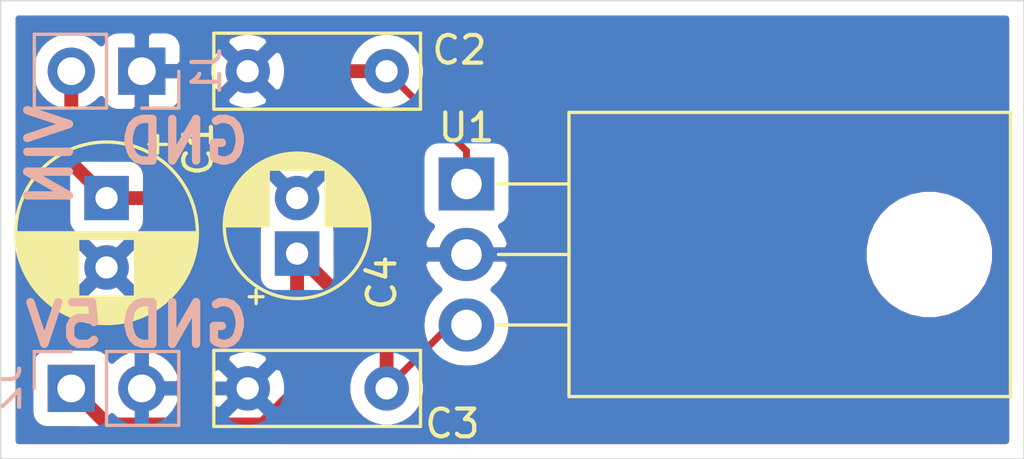
<source format=kicad_pcb>
(kicad_pcb (version 20171130) (host pcbnew 5.1.12-84ad8e8a86~92~ubuntu20.04.1)

  (general
    (thickness 1.6)
    (drawings 9)
    (tracks 20)
    (zones 0)
    (modules 7)
    (nets 4)
  )

  (page A4)
  (layers
    (0 F.Cu signal hide)
    (31 B.Cu signal hide)
    (32 B.Adhes user)
    (33 F.Adhes user)
    (34 B.Paste user)
    (35 F.Paste user)
    (36 B.SilkS user)
    (37 F.SilkS user)
    (38 B.Mask user)
    (39 F.Mask user)
    (40 Dwgs.User user)
    (41 Cmts.User user)
    (42 Eco1.User user)
    (43 Eco2.User user)
    (44 Edge.Cuts user)
    (45 Margin user)
    (46 B.CrtYd user)
    (47 F.CrtYd user)
    (48 B.Fab user)
    (49 F.Fab user)
  )

  (setup
    (last_trace_width 0.25)
    (user_trace_width 0.25)
    (user_trace_width 0.5)
    (user_trace_width 0.75)
    (trace_clearance 0.2)
    (zone_clearance 0.508)
    (zone_45_only no)
    (trace_min 0.2)
    (via_size 0.8)
    (via_drill 0.4)
    (via_min_size 0.4)
    (via_min_drill 0.3)
    (uvia_size 0.3)
    (uvia_drill 0.1)
    (uvias_allowed no)
    (uvia_min_size 0.2)
    (uvia_min_drill 0.1)
    (edge_width 0.05)
    (segment_width 0.2)
    (pcb_text_width 0.3)
    (pcb_text_size 1.5 1.5)
    (mod_edge_width 0.12)
    (mod_text_size 1 1)
    (mod_text_width 0.15)
    (pad_size 1.524 1.524)
    (pad_drill 0.762)
    (pad_to_mask_clearance 0)
    (aux_axis_origin 0 0)
    (visible_elements FFFFFF7F)
    (pcbplotparams
      (layerselection 0x010fc_ffffffff)
      (usegerberextensions false)
      (usegerberattributes true)
      (usegerberadvancedattributes true)
      (creategerberjobfile true)
      (excludeedgelayer true)
      (linewidth 0.100000)
      (plotframeref false)
      (viasonmask false)
      (mode 1)
      (useauxorigin false)
      (hpglpennumber 1)
      (hpglpenspeed 20)
      (hpglpendiameter 15.000000)
      (psnegative false)
      (psa4output false)
      (plotreference true)
      (plotvalue true)
      (plotinvisibletext false)
      (padsonsilk false)
      (subtractmaskfromsilk false)
      (outputformat 1)
      (mirror false)
      (drillshape 1)
      (scaleselection 1)
      (outputdirectory ""))
  )

  (net 0 "")
  (net 1 GND)
  (net 2 V_IN)
  (net 3 V_OUT)

  (net_class Default "This is the default net class."
    (clearance 0.2)
    (trace_width 0.25)
    (via_dia 0.8)
    (via_drill 0.4)
    (uvia_dia 0.3)
    (uvia_drill 0.1)
    (add_net GND)
    (add_net V_IN)
    (add_net V_OUT)
  )

  (module Connector_PinHeader_2.54mm:PinHeader_1x02_P2.54mm_Vertical (layer B.Cu) (tedit 59FED5CC) (tstamp 61A4FFE8)
    (at 27.94 26.67 270)
    (descr "Through hole straight pin header, 1x02, 2.54mm pitch, single row")
    (tags "Through hole pin header THT 1x02 2.54mm single row")
    (path /61A4B0D4)
    (fp_text reference J2 (at 0 2.33 90) (layer B.SilkS)
      (effects (font (size 1 1) (thickness 0.15)) (justify mirror))
    )
    (fp_text value Conn_01x02 (at 0 -4.87 90) (layer B.Fab)
      (effects (font (size 1 1) (thickness 0.15)) (justify mirror))
    )
    (fp_line (start 1.8 1.8) (end -1.8 1.8) (layer B.CrtYd) (width 0.05))
    (fp_line (start 1.8 -4.35) (end 1.8 1.8) (layer B.CrtYd) (width 0.05))
    (fp_line (start -1.8 -4.35) (end 1.8 -4.35) (layer B.CrtYd) (width 0.05))
    (fp_line (start -1.8 1.8) (end -1.8 -4.35) (layer B.CrtYd) (width 0.05))
    (fp_line (start -1.33 1.33) (end 0 1.33) (layer B.SilkS) (width 0.12))
    (fp_line (start -1.33 0) (end -1.33 1.33) (layer B.SilkS) (width 0.12))
    (fp_line (start -1.33 -1.27) (end 1.33 -1.27) (layer B.SilkS) (width 0.12))
    (fp_line (start 1.33 -1.27) (end 1.33 -3.87) (layer B.SilkS) (width 0.12))
    (fp_line (start -1.33 -1.27) (end -1.33 -3.87) (layer B.SilkS) (width 0.12))
    (fp_line (start -1.33 -3.87) (end 1.33 -3.87) (layer B.SilkS) (width 0.12))
    (fp_line (start -1.27 0.635) (end -0.635 1.27) (layer B.Fab) (width 0.1))
    (fp_line (start -1.27 -3.81) (end -1.27 0.635) (layer B.Fab) (width 0.1))
    (fp_line (start 1.27 -3.81) (end -1.27 -3.81) (layer B.Fab) (width 0.1))
    (fp_line (start 1.27 1.27) (end 1.27 -3.81) (layer B.Fab) (width 0.1))
    (fp_line (start -0.635 1.27) (end 1.27 1.27) (layer B.Fab) (width 0.1))
    (fp_text user %R (at 0 -1.27 180) (layer B.Fab)
      (effects (font (size 1 1) (thickness 0.15)) (justify mirror))
    )
    (pad 2 thru_hole oval (at 0 -2.54 270) (size 1.7 1.7) (drill 1) (layers *.Cu *.Mask)
      (net 1 GND))
    (pad 1 thru_hole rect (at 0 0 270) (size 1.7 1.7) (drill 1) (layers *.Cu *.Mask)
      (net 3 V_OUT))
    (model ${KISYS3DMOD}/Connector_PinHeader_2.54mm.3dshapes/PinHeader_1x02_P2.54mm_Vertical.wrl
      (at (xyz 0 0 0))
      (scale (xyz 1 1 1))
      (rotate (xyz 0 0 0))
    )
  )

  (module Connector_PinHeader_2.54mm:PinHeader_1x02_P2.54mm_Vertical (layer B.Cu) (tedit 59FED5CC) (tstamp 61A4FFD2)
    (at 30.48 15.24 90)
    (descr "Through hole straight pin header, 1x02, 2.54mm pitch, single row")
    (tags "Through hole pin header THT 1x02 2.54mm single row")
    (path /61A4B404)
    (fp_text reference J1 (at 0 2.33 90) (layer B.SilkS)
      (effects (font (size 1 1) (thickness 0.15)) (justify mirror))
    )
    (fp_text value Conn_01x02 (at 0 -4.87 90) (layer B.Fab)
      (effects (font (size 1 1) (thickness 0.15)) (justify mirror))
    )
    (fp_line (start 1.8 1.8) (end -1.8 1.8) (layer B.CrtYd) (width 0.05))
    (fp_line (start 1.8 -4.35) (end 1.8 1.8) (layer B.CrtYd) (width 0.05))
    (fp_line (start -1.8 -4.35) (end 1.8 -4.35) (layer B.CrtYd) (width 0.05))
    (fp_line (start -1.8 1.8) (end -1.8 -4.35) (layer B.CrtYd) (width 0.05))
    (fp_line (start -1.33 1.33) (end 0 1.33) (layer B.SilkS) (width 0.12))
    (fp_line (start -1.33 0) (end -1.33 1.33) (layer B.SilkS) (width 0.12))
    (fp_line (start -1.33 -1.27) (end 1.33 -1.27) (layer B.SilkS) (width 0.12))
    (fp_line (start 1.33 -1.27) (end 1.33 -3.87) (layer B.SilkS) (width 0.12))
    (fp_line (start -1.33 -1.27) (end -1.33 -3.87) (layer B.SilkS) (width 0.12))
    (fp_line (start -1.33 -3.87) (end 1.33 -3.87) (layer B.SilkS) (width 0.12))
    (fp_line (start -1.27 0.635) (end -0.635 1.27) (layer B.Fab) (width 0.1))
    (fp_line (start -1.27 -3.81) (end -1.27 0.635) (layer B.Fab) (width 0.1))
    (fp_line (start 1.27 -3.81) (end -1.27 -3.81) (layer B.Fab) (width 0.1))
    (fp_line (start 1.27 1.27) (end 1.27 -3.81) (layer B.Fab) (width 0.1))
    (fp_line (start -0.635 1.27) (end 1.27 1.27) (layer B.Fab) (width 0.1))
    (fp_text user %R (at 0 -1.27 180) (layer B.Fab)
      (effects (font (size 1 1) (thickness 0.15)) (justify mirror))
    )
    (pad 2 thru_hole oval (at 0 -2.54 90) (size 1.7 1.7) (drill 1) (layers *.Cu *.Mask)
      (net 2 V_IN))
    (pad 1 thru_hole rect (at 0 0 90) (size 1.7 1.7) (drill 1) (layers *.Cu *.Mask)
      (net 1 GND))
    (model ${KISYS3DMOD}/Connector_PinHeader_2.54mm.3dshapes/PinHeader_1x02_P2.54mm_Vertical.wrl
      (at (xyz 0 0 0))
      (scale (xyz 1 1 1))
      (rotate (xyz 0 0 0))
    )
  )

  (module Package_TO_SOT_THT:TO-220-3_Horizontal_TabDown (layer F.Cu) (tedit 5AC8BA0D) (tstamp 61A4FFFA)
    (at 42.164 19.304 270)
    (descr "TO-220-3, Horizontal, RM 2.54mm, see https://www.vishay.com/docs/66542/to-220-1.pdf")
    (tags "TO-220-3 Horizontal RM 2.54mm")
    (path /61A4A48F)
    (fp_text reference U1 (at -2.032 0 180) (layer F.SilkS)
      (effects (font (size 1 1) (thickness 0.15)))
    )
    (fp_text value L7805 (at 2.54 2 90) (layer F.Fab)
      (effects (font (size 1 1) (thickness 0.15)))
    )
    (fp_line (start 7.79 -19.71) (end -2.71 -19.71) (layer F.CrtYd) (width 0.05))
    (fp_line (start 7.79 1.25) (end 7.79 -19.71) (layer F.CrtYd) (width 0.05))
    (fp_line (start -2.71 1.25) (end 7.79 1.25) (layer F.CrtYd) (width 0.05))
    (fp_line (start -2.71 -19.71) (end -2.71 1.25) (layer F.CrtYd) (width 0.05))
    (fp_line (start 5.08 -3.69) (end 5.08 -1.15) (layer F.SilkS) (width 0.12))
    (fp_line (start 2.54 -3.69) (end 2.54 -1.15) (layer F.SilkS) (width 0.12))
    (fp_line (start 0 -3.69) (end 0 -1.15) (layer F.SilkS) (width 0.12))
    (fp_line (start 7.66 -19.58) (end 7.66 -3.69) (layer F.SilkS) (width 0.12))
    (fp_line (start -2.58 -19.58) (end -2.58 -3.69) (layer F.SilkS) (width 0.12))
    (fp_line (start -2.58 -19.58) (end 7.66 -19.58) (layer F.SilkS) (width 0.12))
    (fp_line (start -2.58 -3.69) (end 7.66 -3.69) (layer F.SilkS) (width 0.12))
    (fp_line (start 5.08 -3.81) (end 5.08 0) (layer F.Fab) (width 0.1))
    (fp_line (start 2.54 -3.81) (end 2.54 0) (layer F.Fab) (width 0.1))
    (fp_line (start 0 -3.81) (end 0 0) (layer F.Fab) (width 0.1))
    (fp_line (start 7.54 -3.81) (end -2.46 -3.81) (layer F.Fab) (width 0.1))
    (fp_line (start 7.54 -13.06) (end 7.54 -3.81) (layer F.Fab) (width 0.1))
    (fp_line (start -2.46 -13.06) (end 7.54 -13.06) (layer F.Fab) (width 0.1))
    (fp_line (start -2.46 -3.81) (end -2.46 -13.06) (layer F.Fab) (width 0.1))
    (fp_line (start 7.54 -13.06) (end -2.46 -13.06) (layer F.Fab) (width 0.1))
    (fp_line (start 7.54 -19.46) (end 7.54 -13.06) (layer F.Fab) (width 0.1))
    (fp_line (start -2.46 -19.46) (end 7.54 -19.46) (layer F.Fab) (width 0.1))
    (fp_line (start -2.46 -13.06) (end -2.46 -19.46) (layer F.Fab) (width 0.1))
    (fp_circle (center 2.54 -16.66) (end 4.39 -16.66) (layer F.Fab) (width 0.1))
    (fp_text user %R (at 1.524 2.032 270) (layer F.Fab)
      (effects (font (size 1 1) (thickness 0.15)))
    )
    (pad 3 thru_hole oval (at 5.08 0 270) (size 1.905 2) (drill 1.1) (layers *.Cu *.Mask)
      (net 3 V_OUT))
    (pad 2 thru_hole oval (at 2.54 0 270) (size 1.905 2) (drill 1.1) (layers *.Cu *.Mask)
      (net 1 GND))
    (pad 1 thru_hole rect (at 0 0 270) (size 1.905 2) (drill 1.1) (layers *.Cu *.Mask)
      (net 2 V_IN))
    (pad "" np_thru_hole oval (at 2.54 -16.66 270) (size 3.5 3.5) (drill 3.5) (layers *.Cu *.Mask))
    (model ${KISYS3DMOD}/Package_TO_SOT_THT.3dshapes/TO-220-3_Horizontal_TabDown.wrl
      (at (xyz 0 0 0))
      (scale (xyz 1 1 1))
      (rotate (xyz 0 0 0))
    )
  )

  (module Capacitor_THT:C_Rect_L7.2mm_W2.5mm_P5.00mm_FKS2_FKP2_MKS2_MKP2 (layer F.Cu) (tedit 5AE50EF0) (tstamp 61A4FF95)
    (at 39.29 26.67 180)
    (descr "C, Rect series, Radial, pin pitch=5.00mm, , length*width=7.2*2.5mm^2, Capacitor, http://www.wima.com/EN/WIMA_FKS_2.pdf")
    (tags "C Rect series Radial pin pitch 5.00mm  length 7.2mm width 2.5mm Capacitor")
    (path /61A4E125)
    (fp_text reference C3 (at -2.366 -1.27) (layer F.SilkS)
      (effects (font (size 1 1) (thickness 0.15)))
    )
    (fp_text value 0.1nF/10V (at 2.5 2.5) (layer F.Fab)
      (effects (font (size 1 1) (thickness 0.15)))
    )
    (fp_line (start 6.35 -1.5) (end -1.35 -1.5) (layer F.CrtYd) (width 0.05))
    (fp_line (start 6.35 1.5) (end 6.35 -1.5) (layer F.CrtYd) (width 0.05))
    (fp_line (start -1.35 1.5) (end 6.35 1.5) (layer F.CrtYd) (width 0.05))
    (fp_line (start -1.35 -1.5) (end -1.35 1.5) (layer F.CrtYd) (width 0.05))
    (fp_line (start 6.22 -1.37) (end 6.22 1.37) (layer F.SilkS) (width 0.12))
    (fp_line (start -1.22 -1.37) (end -1.22 1.37) (layer F.SilkS) (width 0.12))
    (fp_line (start -1.22 1.37) (end 6.22 1.37) (layer F.SilkS) (width 0.12))
    (fp_line (start -1.22 -1.37) (end 6.22 -1.37) (layer F.SilkS) (width 0.12))
    (fp_line (start 6.1 -1.25) (end -1.1 -1.25) (layer F.Fab) (width 0.1))
    (fp_line (start 6.1 1.25) (end 6.1 -1.25) (layer F.Fab) (width 0.1))
    (fp_line (start -1.1 1.25) (end 6.1 1.25) (layer F.Fab) (width 0.1))
    (fp_line (start -1.1 -1.25) (end -1.1 1.25) (layer F.Fab) (width 0.1))
    (fp_text user %R (at 2.5 0) (layer F.Fab)
      (effects (font (size 1 1) (thickness 0.15)))
    )
    (pad 2 thru_hole circle (at 5 0 180) (size 1.6 1.6) (drill 0.8) (layers *.Cu *.Mask)
      (net 1 GND))
    (pad 1 thru_hole circle (at 0 0 180) (size 1.6 1.6) (drill 0.8) (layers *.Cu *.Mask)
      (net 3 V_OUT))
    (model ${KISYS3DMOD}/Capacitor_THT.3dshapes/C_Rect_L7.2mm_W2.5mm_P5.00mm_FKS2_FKP2_MKS2_MKP2.wrl
      (at (xyz 0 0 0))
      (scale (xyz 1 1 1))
      (rotate (xyz 0 0 0))
    )
  )

  (module Capacitor_THT:CP_Radial_D5.0mm_P2.00mm (layer F.Cu) (tedit 5AE50EF0) (tstamp 61A4FFBC)
    (at 36.068 21.812 90)
    (descr "CP, Radial series, Radial, pin pitch=2.00mm, , diameter=5mm, Electrolytic Capacitor")
    (tags "CP Radial series Radial pin pitch 2.00mm  diameter 5mm Electrolytic Capacitor")
    (path /61A4EFDB)
    (fp_text reference C4 (at -1.048 3.048 90) (layer F.SilkS)
      (effects (font (size 1 1) (thickness 0.15)))
    )
    (fp_text value 10uF/10V (at 1 3.75 90) (layer F.Fab)
      (effects (font (size 1 1) (thickness 0.15)))
    )
    (fp_line (start -1.554775 -1.725) (end -1.554775 -1.225) (layer F.SilkS) (width 0.12))
    (fp_line (start -1.804775 -1.475) (end -1.304775 -1.475) (layer F.SilkS) (width 0.12))
    (fp_line (start 3.601 -0.284) (end 3.601 0.284) (layer F.SilkS) (width 0.12))
    (fp_line (start 3.561 -0.518) (end 3.561 0.518) (layer F.SilkS) (width 0.12))
    (fp_line (start 3.521 -0.677) (end 3.521 0.677) (layer F.SilkS) (width 0.12))
    (fp_line (start 3.481 -0.805) (end 3.481 0.805) (layer F.SilkS) (width 0.12))
    (fp_line (start 3.441 -0.915) (end 3.441 0.915) (layer F.SilkS) (width 0.12))
    (fp_line (start 3.401 -1.011) (end 3.401 1.011) (layer F.SilkS) (width 0.12))
    (fp_line (start 3.361 -1.098) (end 3.361 1.098) (layer F.SilkS) (width 0.12))
    (fp_line (start 3.321 -1.178) (end 3.321 1.178) (layer F.SilkS) (width 0.12))
    (fp_line (start 3.281 -1.251) (end 3.281 1.251) (layer F.SilkS) (width 0.12))
    (fp_line (start 3.241 -1.319) (end 3.241 1.319) (layer F.SilkS) (width 0.12))
    (fp_line (start 3.201 -1.383) (end 3.201 1.383) (layer F.SilkS) (width 0.12))
    (fp_line (start 3.161 -1.443) (end 3.161 1.443) (layer F.SilkS) (width 0.12))
    (fp_line (start 3.121 -1.5) (end 3.121 1.5) (layer F.SilkS) (width 0.12))
    (fp_line (start 3.081 -1.554) (end 3.081 1.554) (layer F.SilkS) (width 0.12))
    (fp_line (start 3.041 -1.605) (end 3.041 1.605) (layer F.SilkS) (width 0.12))
    (fp_line (start 3.001 1.04) (end 3.001 1.653) (layer F.SilkS) (width 0.12))
    (fp_line (start 3.001 -1.653) (end 3.001 -1.04) (layer F.SilkS) (width 0.12))
    (fp_line (start 2.961 1.04) (end 2.961 1.699) (layer F.SilkS) (width 0.12))
    (fp_line (start 2.961 -1.699) (end 2.961 -1.04) (layer F.SilkS) (width 0.12))
    (fp_line (start 2.921 1.04) (end 2.921 1.743) (layer F.SilkS) (width 0.12))
    (fp_line (start 2.921 -1.743) (end 2.921 -1.04) (layer F.SilkS) (width 0.12))
    (fp_line (start 2.881 1.04) (end 2.881 1.785) (layer F.SilkS) (width 0.12))
    (fp_line (start 2.881 -1.785) (end 2.881 -1.04) (layer F.SilkS) (width 0.12))
    (fp_line (start 2.841 1.04) (end 2.841 1.826) (layer F.SilkS) (width 0.12))
    (fp_line (start 2.841 -1.826) (end 2.841 -1.04) (layer F.SilkS) (width 0.12))
    (fp_line (start 2.801 1.04) (end 2.801 1.864) (layer F.SilkS) (width 0.12))
    (fp_line (start 2.801 -1.864) (end 2.801 -1.04) (layer F.SilkS) (width 0.12))
    (fp_line (start 2.761 1.04) (end 2.761 1.901) (layer F.SilkS) (width 0.12))
    (fp_line (start 2.761 -1.901) (end 2.761 -1.04) (layer F.SilkS) (width 0.12))
    (fp_line (start 2.721 1.04) (end 2.721 1.937) (layer F.SilkS) (width 0.12))
    (fp_line (start 2.721 -1.937) (end 2.721 -1.04) (layer F.SilkS) (width 0.12))
    (fp_line (start 2.681 1.04) (end 2.681 1.971) (layer F.SilkS) (width 0.12))
    (fp_line (start 2.681 -1.971) (end 2.681 -1.04) (layer F.SilkS) (width 0.12))
    (fp_line (start 2.641 1.04) (end 2.641 2.004) (layer F.SilkS) (width 0.12))
    (fp_line (start 2.641 -2.004) (end 2.641 -1.04) (layer F.SilkS) (width 0.12))
    (fp_line (start 2.601 1.04) (end 2.601 2.035) (layer F.SilkS) (width 0.12))
    (fp_line (start 2.601 -2.035) (end 2.601 -1.04) (layer F.SilkS) (width 0.12))
    (fp_line (start 2.561 1.04) (end 2.561 2.065) (layer F.SilkS) (width 0.12))
    (fp_line (start 2.561 -2.065) (end 2.561 -1.04) (layer F.SilkS) (width 0.12))
    (fp_line (start 2.521 1.04) (end 2.521 2.095) (layer F.SilkS) (width 0.12))
    (fp_line (start 2.521 -2.095) (end 2.521 -1.04) (layer F.SilkS) (width 0.12))
    (fp_line (start 2.481 1.04) (end 2.481 2.122) (layer F.SilkS) (width 0.12))
    (fp_line (start 2.481 -2.122) (end 2.481 -1.04) (layer F.SilkS) (width 0.12))
    (fp_line (start 2.441 1.04) (end 2.441 2.149) (layer F.SilkS) (width 0.12))
    (fp_line (start 2.441 -2.149) (end 2.441 -1.04) (layer F.SilkS) (width 0.12))
    (fp_line (start 2.401 1.04) (end 2.401 2.175) (layer F.SilkS) (width 0.12))
    (fp_line (start 2.401 -2.175) (end 2.401 -1.04) (layer F.SilkS) (width 0.12))
    (fp_line (start 2.361 1.04) (end 2.361 2.2) (layer F.SilkS) (width 0.12))
    (fp_line (start 2.361 -2.2) (end 2.361 -1.04) (layer F.SilkS) (width 0.12))
    (fp_line (start 2.321 1.04) (end 2.321 2.224) (layer F.SilkS) (width 0.12))
    (fp_line (start 2.321 -2.224) (end 2.321 -1.04) (layer F.SilkS) (width 0.12))
    (fp_line (start 2.281 1.04) (end 2.281 2.247) (layer F.SilkS) (width 0.12))
    (fp_line (start 2.281 -2.247) (end 2.281 -1.04) (layer F.SilkS) (width 0.12))
    (fp_line (start 2.241 1.04) (end 2.241 2.268) (layer F.SilkS) (width 0.12))
    (fp_line (start 2.241 -2.268) (end 2.241 -1.04) (layer F.SilkS) (width 0.12))
    (fp_line (start 2.201 1.04) (end 2.201 2.29) (layer F.SilkS) (width 0.12))
    (fp_line (start 2.201 -2.29) (end 2.201 -1.04) (layer F.SilkS) (width 0.12))
    (fp_line (start 2.161 1.04) (end 2.161 2.31) (layer F.SilkS) (width 0.12))
    (fp_line (start 2.161 -2.31) (end 2.161 -1.04) (layer F.SilkS) (width 0.12))
    (fp_line (start 2.121 1.04) (end 2.121 2.329) (layer F.SilkS) (width 0.12))
    (fp_line (start 2.121 -2.329) (end 2.121 -1.04) (layer F.SilkS) (width 0.12))
    (fp_line (start 2.081 1.04) (end 2.081 2.348) (layer F.SilkS) (width 0.12))
    (fp_line (start 2.081 -2.348) (end 2.081 -1.04) (layer F.SilkS) (width 0.12))
    (fp_line (start 2.041 1.04) (end 2.041 2.365) (layer F.SilkS) (width 0.12))
    (fp_line (start 2.041 -2.365) (end 2.041 -1.04) (layer F.SilkS) (width 0.12))
    (fp_line (start 2.001 1.04) (end 2.001 2.382) (layer F.SilkS) (width 0.12))
    (fp_line (start 2.001 -2.382) (end 2.001 -1.04) (layer F.SilkS) (width 0.12))
    (fp_line (start 1.961 1.04) (end 1.961 2.398) (layer F.SilkS) (width 0.12))
    (fp_line (start 1.961 -2.398) (end 1.961 -1.04) (layer F.SilkS) (width 0.12))
    (fp_line (start 1.921 1.04) (end 1.921 2.414) (layer F.SilkS) (width 0.12))
    (fp_line (start 1.921 -2.414) (end 1.921 -1.04) (layer F.SilkS) (width 0.12))
    (fp_line (start 1.881 1.04) (end 1.881 2.428) (layer F.SilkS) (width 0.12))
    (fp_line (start 1.881 -2.428) (end 1.881 -1.04) (layer F.SilkS) (width 0.12))
    (fp_line (start 1.841 1.04) (end 1.841 2.442) (layer F.SilkS) (width 0.12))
    (fp_line (start 1.841 -2.442) (end 1.841 -1.04) (layer F.SilkS) (width 0.12))
    (fp_line (start 1.801 1.04) (end 1.801 2.455) (layer F.SilkS) (width 0.12))
    (fp_line (start 1.801 -2.455) (end 1.801 -1.04) (layer F.SilkS) (width 0.12))
    (fp_line (start 1.761 1.04) (end 1.761 2.468) (layer F.SilkS) (width 0.12))
    (fp_line (start 1.761 -2.468) (end 1.761 -1.04) (layer F.SilkS) (width 0.12))
    (fp_line (start 1.721 1.04) (end 1.721 2.48) (layer F.SilkS) (width 0.12))
    (fp_line (start 1.721 -2.48) (end 1.721 -1.04) (layer F.SilkS) (width 0.12))
    (fp_line (start 1.68 1.04) (end 1.68 2.491) (layer F.SilkS) (width 0.12))
    (fp_line (start 1.68 -2.491) (end 1.68 -1.04) (layer F.SilkS) (width 0.12))
    (fp_line (start 1.64 1.04) (end 1.64 2.501) (layer F.SilkS) (width 0.12))
    (fp_line (start 1.64 -2.501) (end 1.64 -1.04) (layer F.SilkS) (width 0.12))
    (fp_line (start 1.6 1.04) (end 1.6 2.511) (layer F.SilkS) (width 0.12))
    (fp_line (start 1.6 -2.511) (end 1.6 -1.04) (layer F.SilkS) (width 0.12))
    (fp_line (start 1.56 1.04) (end 1.56 2.52) (layer F.SilkS) (width 0.12))
    (fp_line (start 1.56 -2.52) (end 1.56 -1.04) (layer F.SilkS) (width 0.12))
    (fp_line (start 1.52 1.04) (end 1.52 2.528) (layer F.SilkS) (width 0.12))
    (fp_line (start 1.52 -2.528) (end 1.52 -1.04) (layer F.SilkS) (width 0.12))
    (fp_line (start 1.48 1.04) (end 1.48 2.536) (layer F.SilkS) (width 0.12))
    (fp_line (start 1.48 -2.536) (end 1.48 -1.04) (layer F.SilkS) (width 0.12))
    (fp_line (start 1.44 1.04) (end 1.44 2.543) (layer F.SilkS) (width 0.12))
    (fp_line (start 1.44 -2.543) (end 1.44 -1.04) (layer F.SilkS) (width 0.12))
    (fp_line (start 1.4 1.04) (end 1.4 2.55) (layer F.SilkS) (width 0.12))
    (fp_line (start 1.4 -2.55) (end 1.4 -1.04) (layer F.SilkS) (width 0.12))
    (fp_line (start 1.36 1.04) (end 1.36 2.556) (layer F.SilkS) (width 0.12))
    (fp_line (start 1.36 -2.556) (end 1.36 -1.04) (layer F.SilkS) (width 0.12))
    (fp_line (start 1.32 1.04) (end 1.32 2.561) (layer F.SilkS) (width 0.12))
    (fp_line (start 1.32 -2.561) (end 1.32 -1.04) (layer F.SilkS) (width 0.12))
    (fp_line (start 1.28 1.04) (end 1.28 2.565) (layer F.SilkS) (width 0.12))
    (fp_line (start 1.28 -2.565) (end 1.28 -1.04) (layer F.SilkS) (width 0.12))
    (fp_line (start 1.24 1.04) (end 1.24 2.569) (layer F.SilkS) (width 0.12))
    (fp_line (start 1.24 -2.569) (end 1.24 -1.04) (layer F.SilkS) (width 0.12))
    (fp_line (start 1.2 1.04) (end 1.2 2.573) (layer F.SilkS) (width 0.12))
    (fp_line (start 1.2 -2.573) (end 1.2 -1.04) (layer F.SilkS) (width 0.12))
    (fp_line (start 1.16 1.04) (end 1.16 2.576) (layer F.SilkS) (width 0.12))
    (fp_line (start 1.16 -2.576) (end 1.16 -1.04) (layer F.SilkS) (width 0.12))
    (fp_line (start 1.12 1.04) (end 1.12 2.578) (layer F.SilkS) (width 0.12))
    (fp_line (start 1.12 -2.578) (end 1.12 -1.04) (layer F.SilkS) (width 0.12))
    (fp_line (start 1.08 1.04) (end 1.08 2.579) (layer F.SilkS) (width 0.12))
    (fp_line (start 1.08 -2.579) (end 1.08 -1.04) (layer F.SilkS) (width 0.12))
    (fp_line (start 1.04 -2.58) (end 1.04 -1.04) (layer F.SilkS) (width 0.12))
    (fp_line (start 1.04 1.04) (end 1.04 2.58) (layer F.SilkS) (width 0.12))
    (fp_line (start 1 -2.58) (end 1 -1.04) (layer F.SilkS) (width 0.12))
    (fp_line (start 1 1.04) (end 1 2.58) (layer F.SilkS) (width 0.12))
    (fp_line (start -0.883605 -1.3375) (end -0.883605 -0.8375) (layer F.Fab) (width 0.1))
    (fp_line (start -1.133605 -1.0875) (end -0.633605 -1.0875) (layer F.Fab) (width 0.1))
    (fp_circle (center 1 0) (end 3.75 0) (layer F.CrtYd) (width 0.05))
    (fp_circle (center 1 0) (end 3.62 0) (layer F.SilkS) (width 0.12))
    (fp_circle (center 1 0) (end 3.5 0) (layer F.Fab) (width 0.1))
    (fp_text user %R (at 1 0 90) (layer F.Fab)
      (effects (font (size 1 1) (thickness 0.15)))
    )
    (pad 2 thru_hole circle (at 2 0 90) (size 1.6 1.6) (drill 0.8) (layers *.Cu *.Mask)
      (net 1 GND))
    (pad 1 thru_hole rect (at 0 0 90) (size 1.6 1.6) (drill 0.8) (layers *.Cu *.Mask)
      (net 3 V_OUT))
    (model ${KISYS3DMOD}/Capacitor_THT.3dshapes/CP_Radial_D5.0mm_P2.00mm.wrl
      (at (xyz 0 0 0))
      (scale (xyz 1 1 1))
      (rotate (xyz 0 0 0))
    )
  )

  (module Capacitor_THT:C_Rect_L7.2mm_W2.5mm_P5.00mm_FKS2_FKP2_MKS2_MKP2 (layer F.Cu) (tedit 5AE50EF0) (tstamp 61A4FF7E)
    (at 39.29 15.24 180)
    (descr "C, Rect series, Radial, pin pitch=5.00mm, , length*width=7.2*2.5mm^2, Capacitor, http://www.wima.com/EN/WIMA_FKS_2.pdf")
    (tags "C Rect series Radial pin pitch 5.00mm  length 7.2mm width 2.5mm Capacitor")
    (path /61A4EB97)
    (fp_text reference C2 (at -2.62 0.762) (layer F.SilkS)
      (effects (font (size 1 1) (thickness 0.15)))
    )
    (fp_text value 0.33uF/25V (at 2.5 2.5) (layer F.Fab)
      (effects (font (size 1 1) (thickness 0.15)))
    )
    (fp_line (start 6.35 -1.5) (end -1.35 -1.5) (layer F.CrtYd) (width 0.05))
    (fp_line (start 6.35 1.5) (end 6.35 -1.5) (layer F.CrtYd) (width 0.05))
    (fp_line (start -1.35 1.5) (end 6.35 1.5) (layer F.CrtYd) (width 0.05))
    (fp_line (start -1.35 -1.5) (end -1.35 1.5) (layer F.CrtYd) (width 0.05))
    (fp_line (start 6.22 -1.37) (end 6.22 1.37) (layer F.SilkS) (width 0.12))
    (fp_line (start -1.22 -1.37) (end -1.22 1.37) (layer F.SilkS) (width 0.12))
    (fp_line (start -1.22 1.37) (end 6.22 1.37) (layer F.SilkS) (width 0.12))
    (fp_line (start -1.22 -1.37) (end 6.22 -1.37) (layer F.SilkS) (width 0.12))
    (fp_line (start 6.1 -1.25) (end -1.1 -1.25) (layer F.Fab) (width 0.1))
    (fp_line (start 6.1 1.25) (end 6.1 -1.25) (layer F.Fab) (width 0.1))
    (fp_line (start -1.1 1.25) (end 6.1 1.25) (layer F.Fab) (width 0.1))
    (fp_line (start -1.1 -1.25) (end -1.1 1.25) (layer F.Fab) (width 0.1))
    (fp_text user %R (at 2.5 0) (layer F.Fab)
      (effects (font (size 1 1) (thickness 0.15)))
    )
    (pad 2 thru_hole circle (at 5 0 180) (size 1.6 1.6) (drill 0.8) (layers *.Cu *.Mask)
      (net 1 GND))
    (pad 1 thru_hole circle (at 0 0 180) (size 1.6 1.6) (drill 0.8) (layers *.Cu *.Mask)
      (net 2 V_IN))
    (model ${KISYS3DMOD}/Capacitor_THT.3dshapes/C_Rect_L7.2mm_W2.5mm_P5.00mm_FKS2_FKP2_MKS2_MKP2.wrl
      (at (xyz 0 0 0))
      (scale (xyz 1 1 1))
      (rotate (xyz 0 0 0))
    )
  )

  (module Capacitor_THT:CP_Radial_D6.3mm_P2.50mm (layer F.Cu) (tedit 5AE50EF0) (tstamp 61A4FF67)
    (at 29.21 19.812 270)
    (descr "CP, Radial series, Radial, pin pitch=2.50mm, , diameter=6.3mm, Electrolytic Capacitor")
    (tags "CP Radial series Radial pin pitch 2.50mm  diameter 6.3mm Electrolytic Capacitor")
    (path /61A4F99C)
    (fp_text reference C1 (at -1.778 -3.302 90) (layer F.SilkS)
      (effects (font (size 1 1) (thickness 0.15)))
    )
    (fp_text value 220uF/25V (at 1.25 4.4 90) (layer F.Fab)
      (effects (font (size 1 1) (thickness 0.15)))
    )
    (fp_line (start -1.935241 -2.154) (end -1.935241 -1.524) (layer F.SilkS) (width 0.12))
    (fp_line (start -2.250241 -1.839) (end -1.620241 -1.839) (layer F.SilkS) (width 0.12))
    (fp_line (start 4.491 -0.402) (end 4.491 0.402) (layer F.SilkS) (width 0.12))
    (fp_line (start 4.451 -0.633) (end 4.451 0.633) (layer F.SilkS) (width 0.12))
    (fp_line (start 4.411 -0.802) (end 4.411 0.802) (layer F.SilkS) (width 0.12))
    (fp_line (start 4.371 -0.94) (end 4.371 0.94) (layer F.SilkS) (width 0.12))
    (fp_line (start 4.331 -1.059) (end 4.331 1.059) (layer F.SilkS) (width 0.12))
    (fp_line (start 4.291 -1.165) (end 4.291 1.165) (layer F.SilkS) (width 0.12))
    (fp_line (start 4.251 -1.262) (end 4.251 1.262) (layer F.SilkS) (width 0.12))
    (fp_line (start 4.211 -1.35) (end 4.211 1.35) (layer F.SilkS) (width 0.12))
    (fp_line (start 4.171 -1.432) (end 4.171 1.432) (layer F.SilkS) (width 0.12))
    (fp_line (start 4.131 -1.509) (end 4.131 1.509) (layer F.SilkS) (width 0.12))
    (fp_line (start 4.091 -1.581) (end 4.091 1.581) (layer F.SilkS) (width 0.12))
    (fp_line (start 4.051 -1.65) (end 4.051 1.65) (layer F.SilkS) (width 0.12))
    (fp_line (start 4.011 -1.714) (end 4.011 1.714) (layer F.SilkS) (width 0.12))
    (fp_line (start 3.971 -1.776) (end 3.971 1.776) (layer F.SilkS) (width 0.12))
    (fp_line (start 3.931 -1.834) (end 3.931 1.834) (layer F.SilkS) (width 0.12))
    (fp_line (start 3.891 -1.89) (end 3.891 1.89) (layer F.SilkS) (width 0.12))
    (fp_line (start 3.851 -1.944) (end 3.851 1.944) (layer F.SilkS) (width 0.12))
    (fp_line (start 3.811 -1.995) (end 3.811 1.995) (layer F.SilkS) (width 0.12))
    (fp_line (start 3.771 -2.044) (end 3.771 2.044) (layer F.SilkS) (width 0.12))
    (fp_line (start 3.731 -2.092) (end 3.731 2.092) (layer F.SilkS) (width 0.12))
    (fp_line (start 3.691 -2.137) (end 3.691 2.137) (layer F.SilkS) (width 0.12))
    (fp_line (start 3.651 -2.182) (end 3.651 2.182) (layer F.SilkS) (width 0.12))
    (fp_line (start 3.611 -2.224) (end 3.611 2.224) (layer F.SilkS) (width 0.12))
    (fp_line (start 3.571 -2.265) (end 3.571 2.265) (layer F.SilkS) (width 0.12))
    (fp_line (start 3.531 1.04) (end 3.531 2.305) (layer F.SilkS) (width 0.12))
    (fp_line (start 3.531 -2.305) (end 3.531 -1.04) (layer F.SilkS) (width 0.12))
    (fp_line (start 3.491 1.04) (end 3.491 2.343) (layer F.SilkS) (width 0.12))
    (fp_line (start 3.491 -2.343) (end 3.491 -1.04) (layer F.SilkS) (width 0.12))
    (fp_line (start 3.451 1.04) (end 3.451 2.38) (layer F.SilkS) (width 0.12))
    (fp_line (start 3.451 -2.38) (end 3.451 -1.04) (layer F.SilkS) (width 0.12))
    (fp_line (start 3.411 1.04) (end 3.411 2.416) (layer F.SilkS) (width 0.12))
    (fp_line (start 3.411 -2.416) (end 3.411 -1.04) (layer F.SilkS) (width 0.12))
    (fp_line (start 3.371 1.04) (end 3.371 2.45) (layer F.SilkS) (width 0.12))
    (fp_line (start 3.371 -2.45) (end 3.371 -1.04) (layer F.SilkS) (width 0.12))
    (fp_line (start 3.331 1.04) (end 3.331 2.484) (layer F.SilkS) (width 0.12))
    (fp_line (start 3.331 -2.484) (end 3.331 -1.04) (layer F.SilkS) (width 0.12))
    (fp_line (start 3.291 1.04) (end 3.291 2.516) (layer F.SilkS) (width 0.12))
    (fp_line (start 3.291 -2.516) (end 3.291 -1.04) (layer F.SilkS) (width 0.12))
    (fp_line (start 3.251 1.04) (end 3.251 2.548) (layer F.SilkS) (width 0.12))
    (fp_line (start 3.251 -2.548) (end 3.251 -1.04) (layer F.SilkS) (width 0.12))
    (fp_line (start 3.211 1.04) (end 3.211 2.578) (layer F.SilkS) (width 0.12))
    (fp_line (start 3.211 -2.578) (end 3.211 -1.04) (layer F.SilkS) (width 0.12))
    (fp_line (start 3.171 1.04) (end 3.171 2.607) (layer F.SilkS) (width 0.12))
    (fp_line (start 3.171 -2.607) (end 3.171 -1.04) (layer F.SilkS) (width 0.12))
    (fp_line (start 3.131 1.04) (end 3.131 2.636) (layer F.SilkS) (width 0.12))
    (fp_line (start 3.131 -2.636) (end 3.131 -1.04) (layer F.SilkS) (width 0.12))
    (fp_line (start 3.091 1.04) (end 3.091 2.664) (layer F.SilkS) (width 0.12))
    (fp_line (start 3.091 -2.664) (end 3.091 -1.04) (layer F.SilkS) (width 0.12))
    (fp_line (start 3.051 1.04) (end 3.051 2.69) (layer F.SilkS) (width 0.12))
    (fp_line (start 3.051 -2.69) (end 3.051 -1.04) (layer F.SilkS) (width 0.12))
    (fp_line (start 3.011 1.04) (end 3.011 2.716) (layer F.SilkS) (width 0.12))
    (fp_line (start 3.011 -2.716) (end 3.011 -1.04) (layer F.SilkS) (width 0.12))
    (fp_line (start 2.971 1.04) (end 2.971 2.742) (layer F.SilkS) (width 0.12))
    (fp_line (start 2.971 -2.742) (end 2.971 -1.04) (layer F.SilkS) (width 0.12))
    (fp_line (start 2.931 1.04) (end 2.931 2.766) (layer F.SilkS) (width 0.12))
    (fp_line (start 2.931 -2.766) (end 2.931 -1.04) (layer F.SilkS) (width 0.12))
    (fp_line (start 2.891 1.04) (end 2.891 2.79) (layer F.SilkS) (width 0.12))
    (fp_line (start 2.891 -2.79) (end 2.891 -1.04) (layer F.SilkS) (width 0.12))
    (fp_line (start 2.851 1.04) (end 2.851 2.812) (layer F.SilkS) (width 0.12))
    (fp_line (start 2.851 -2.812) (end 2.851 -1.04) (layer F.SilkS) (width 0.12))
    (fp_line (start 2.811 1.04) (end 2.811 2.834) (layer F.SilkS) (width 0.12))
    (fp_line (start 2.811 -2.834) (end 2.811 -1.04) (layer F.SilkS) (width 0.12))
    (fp_line (start 2.771 1.04) (end 2.771 2.856) (layer F.SilkS) (width 0.12))
    (fp_line (start 2.771 -2.856) (end 2.771 -1.04) (layer F.SilkS) (width 0.12))
    (fp_line (start 2.731 1.04) (end 2.731 2.876) (layer F.SilkS) (width 0.12))
    (fp_line (start 2.731 -2.876) (end 2.731 -1.04) (layer F.SilkS) (width 0.12))
    (fp_line (start 2.691 1.04) (end 2.691 2.896) (layer F.SilkS) (width 0.12))
    (fp_line (start 2.691 -2.896) (end 2.691 -1.04) (layer F.SilkS) (width 0.12))
    (fp_line (start 2.651 1.04) (end 2.651 2.916) (layer F.SilkS) (width 0.12))
    (fp_line (start 2.651 -2.916) (end 2.651 -1.04) (layer F.SilkS) (width 0.12))
    (fp_line (start 2.611 1.04) (end 2.611 2.934) (layer F.SilkS) (width 0.12))
    (fp_line (start 2.611 -2.934) (end 2.611 -1.04) (layer F.SilkS) (width 0.12))
    (fp_line (start 2.571 1.04) (end 2.571 2.952) (layer F.SilkS) (width 0.12))
    (fp_line (start 2.571 -2.952) (end 2.571 -1.04) (layer F.SilkS) (width 0.12))
    (fp_line (start 2.531 1.04) (end 2.531 2.97) (layer F.SilkS) (width 0.12))
    (fp_line (start 2.531 -2.97) (end 2.531 -1.04) (layer F.SilkS) (width 0.12))
    (fp_line (start 2.491 1.04) (end 2.491 2.986) (layer F.SilkS) (width 0.12))
    (fp_line (start 2.491 -2.986) (end 2.491 -1.04) (layer F.SilkS) (width 0.12))
    (fp_line (start 2.451 1.04) (end 2.451 3.002) (layer F.SilkS) (width 0.12))
    (fp_line (start 2.451 -3.002) (end 2.451 -1.04) (layer F.SilkS) (width 0.12))
    (fp_line (start 2.411 1.04) (end 2.411 3.018) (layer F.SilkS) (width 0.12))
    (fp_line (start 2.411 -3.018) (end 2.411 -1.04) (layer F.SilkS) (width 0.12))
    (fp_line (start 2.371 1.04) (end 2.371 3.033) (layer F.SilkS) (width 0.12))
    (fp_line (start 2.371 -3.033) (end 2.371 -1.04) (layer F.SilkS) (width 0.12))
    (fp_line (start 2.331 1.04) (end 2.331 3.047) (layer F.SilkS) (width 0.12))
    (fp_line (start 2.331 -3.047) (end 2.331 -1.04) (layer F.SilkS) (width 0.12))
    (fp_line (start 2.291 1.04) (end 2.291 3.061) (layer F.SilkS) (width 0.12))
    (fp_line (start 2.291 -3.061) (end 2.291 -1.04) (layer F.SilkS) (width 0.12))
    (fp_line (start 2.251 1.04) (end 2.251 3.074) (layer F.SilkS) (width 0.12))
    (fp_line (start 2.251 -3.074) (end 2.251 -1.04) (layer F.SilkS) (width 0.12))
    (fp_line (start 2.211 1.04) (end 2.211 3.086) (layer F.SilkS) (width 0.12))
    (fp_line (start 2.211 -3.086) (end 2.211 -1.04) (layer F.SilkS) (width 0.12))
    (fp_line (start 2.171 1.04) (end 2.171 3.098) (layer F.SilkS) (width 0.12))
    (fp_line (start 2.171 -3.098) (end 2.171 -1.04) (layer F.SilkS) (width 0.12))
    (fp_line (start 2.131 1.04) (end 2.131 3.11) (layer F.SilkS) (width 0.12))
    (fp_line (start 2.131 -3.11) (end 2.131 -1.04) (layer F.SilkS) (width 0.12))
    (fp_line (start 2.091 1.04) (end 2.091 3.121) (layer F.SilkS) (width 0.12))
    (fp_line (start 2.091 -3.121) (end 2.091 -1.04) (layer F.SilkS) (width 0.12))
    (fp_line (start 2.051 1.04) (end 2.051 3.131) (layer F.SilkS) (width 0.12))
    (fp_line (start 2.051 -3.131) (end 2.051 -1.04) (layer F.SilkS) (width 0.12))
    (fp_line (start 2.011 1.04) (end 2.011 3.141) (layer F.SilkS) (width 0.12))
    (fp_line (start 2.011 -3.141) (end 2.011 -1.04) (layer F.SilkS) (width 0.12))
    (fp_line (start 1.971 1.04) (end 1.971 3.15) (layer F.SilkS) (width 0.12))
    (fp_line (start 1.971 -3.15) (end 1.971 -1.04) (layer F.SilkS) (width 0.12))
    (fp_line (start 1.93 1.04) (end 1.93 3.159) (layer F.SilkS) (width 0.12))
    (fp_line (start 1.93 -3.159) (end 1.93 -1.04) (layer F.SilkS) (width 0.12))
    (fp_line (start 1.89 1.04) (end 1.89 3.167) (layer F.SilkS) (width 0.12))
    (fp_line (start 1.89 -3.167) (end 1.89 -1.04) (layer F.SilkS) (width 0.12))
    (fp_line (start 1.85 1.04) (end 1.85 3.175) (layer F.SilkS) (width 0.12))
    (fp_line (start 1.85 -3.175) (end 1.85 -1.04) (layer F.SilkS) (width 0.12))
    (fp_line (start 1.81 1.04) (end 1.81 3.182) (layer F.SilkS) (width 0.12))
    (fp_line (start 1.81 -3.182) (end 1.81 -1.04) (layer F.SilkS) (width 0.12))
    (fp_line (start 1.77 1.04) (end 1.77 3.189) (layer F.SilkS) (width 0.12))
    (fp_line (start 1.77 -3.189) (end 1.77 -1.04) (layer F.SilkS) (width 0.12))
    (fp_line (start 1.73 1.04) (end 1.73 3.195) (layer F.SilkS) (width 0.12))
    (fp_line (start 1.73 -3.195) (end 1.73 -1.04) (layer F.SilkS) (width 0.12))
    (fp_line (start 1.69 1.04) (end 1.69 3.201) (layer F.SilkS) (width 0.12))
    (fp_line (start 1.69 -3.201) (end 1.69 -1.04) (layer F.SilkS) (width 0.12))
    (fp_line (start 1.65 1.04) (end 1.65 3.206) (layer F.SilkS) (width 0.12))
    (fp_line (start 1.65 -3.206) (end 1.65 -1.04) (layer F.SilkS) (width 0.12))
    (fp_line (start 1.61 1.04) (end 1.61 3.211) (layer F.SilkS) (width 0.12))
    (fp_line (start 1.61 -3.211) (end 1.61 -1.04) (layer F.SilkS) (width 0.12))
    (fp_line (start 1.57 1.04) (end 1.57 3.215) (layer F.SilkS) (width 0.12))
    (fp_line (start 1.57 -3.215) (end 1.57 -1.04) (layer F.SilkS) (width 0.12))
    (fp_line (start 1.53 1.04) (end 1.53 3.218) (layer F.SilkS) (width 0.12))
    (fp_line (start 1.53 -3.218) (end 1.53 -1.04) (layer F.SilkS) (width 0.12))
    (fp_line (start 1.49 1.04) (end 1.49 3.222) (layer F.SilkS) (width 0.12))
    (fp_line (start 1.49 -3.222) (end 1.49 -1.04) (layer F.SilkS) (width 0.12))
    (fp_line (start 1.45 -3.224) (end 1.45 3.224) (layer F.SilkS) (width 0.12))
    (fp_line (start 1.41 -3.227) (end 1.41 3.227) (layer F.SilkS) (width 0.12))
    (fp_line (start 1.37 -3.228) (end 1.37 3.228) (layer F.SilkS) (width 0.12))
    (fp_line (start 1.33 -3.23) (end 1.33 3.23) (layer F.SilkS) (width 0.12))
    (fp_line (start 1.29 -3.23) (end 1.29 3.23) (layer F.SilkS) (width 0.12))
    (fp_line (start 1.25 -3.23) (end 1.25 3.23) (layer F.SilkS) (width 0.12))
    (fp_line (start -1.128972 -1.6885) (end -1.128972 -1.0585) (layer F.Fab) (width 0.1))
    (fp_line (start -1.443972 -1.3735) (end -0.813972 -1.3735) (layer F.Fab) (width 0.1))
    (fp_circle (center 1.25 0) (end 4.65 0) (layer F.CrtYd) (width 0.05))
    (fp_circle (center 1.25 0) (end 4.52 0) (layer F.SilkS) (width 0.12))
    (fp_circle (center 1.25 0) (end 4.4 0) (layer F.Fab) (width 0.1))
    (fp_text user %R (at 1.25 0 90) (layer F.Fab)
      (effects (font (size 1 1) (thickness 0.15)))
    )
    (pad 2 thru_hole circle (at 2.5 0 270) (size 1.6 1.6) (drill 0.8) (layers *.Cu *.Mask)
      (net 1 GND))
    (pad 1 thru_hole rect (at 0 0 270) (size 1.6 1.6) (drill 0.8) (layers *.Cu *.Mask)
      (net 2 V_IN))
    (model ${KISYS3DMOD}/Capacitor_THT.3dshapes/CP_Radial_D6.3mm_P2.50mm.wrl
      (at (xyz 0 0 0))
      (scale (xyz 1 1 1))
      (rotate (xyz 0 0 0))
    )
  )

  (gr_text GND (at 32.004 24.384) (layer B.SilkS)
    (effects (font (size 1.5 1.5) (thickness 0.3)) (justify mirror))
  )
  (gr_text 5V (at 27.686 24.384) (layer B.SilkS)
    (effects (font (size 1.5 1.5) (thickness 0.3)) (justify mirror))
  )
  (gr_text GND (at 32.004 17.78) (layer B.SilkS)
    (effects (font (size 1.5 1.5) (thickness 0.3)) (justify mirror))
  )
  (gr_text VIN (at 27.178 18.288 90) (layer B.SilkS)
    (effects (font (size 1.5 1.5) (thickness 0.3)) (justify mirror))
  )
  (gr_line (start 62.23 29.21) (end 62.23 26.67) (layer Edge.Cuts) (width 0.05) (tstamp 61A53821))
  (gr_line (start 25.4 29.21) (end 62.23 29.21) (layer Edge.Cuts) (width 0.05))
  (gr_line (start 62.23 12.7) (end 25.4 12.7) (layer Edge.Cuts) (width 0.05) (tstamp 61A51150))
  (gr_line (start 62.23 26.67) (end 62.23 12.7) (layer Edge.Cuts) (width 0.05))
  (gr_line (start 25.4 12.7) (end 25.4 29.21) (layer Edge.Cuts) (width 0.05))

  (segment (start 30.48 26.67) (end 34.29 26.67) (width 0.5) (layer B.Cu) (net 1))
  (segment (start 30.48 23.582) (end 29.21 22.312) (width 0.5) (layer B.Cu) (net 1))
  (segment (start 30.48 26.67) (end 30.48 23.582) (width 0.5) (layer B.Cu) (net 1))
  (segment (start 27.94 18.542) (end 29.21 19.812) (width 0.5) (layer F.Cu) (net 2))
  (segment (start 27.94 15.24) (end 27.94 18.542) (width 0.5) (layer F.Cu) (net 2))
  (segment (start 29.21 19.812) (end 33.02 19.812) (width 0.5) (layer F.Cu) (net 2))
  (segment (start 37.592 15.24) (end 39.29 15.24) (width 0.5) (layer F.Cu) (net 2))
  (segment (start 33.02 19.812) (end 37.592 15.24) (width 0.5) (layer F.Cu) (net 2))
  (segment (start 39.29 15.24) (end 39.29 15.668) (width 0.5) (layer F.Cu) (net 2))
  (segment (start 42.164 18.114) (end 39.29 15.24) (width 0.25) (layer F.Cu) (net 2))
  (segment (start 42.164 19.304) (end 42.164 18.114) (width 0.25) (layer F.Cu) (net 2))
  (segment (start 29.240001 27.970001) (end 27.94 26.67) (width 0.5) (layer F.Cu) (net 3))
  (segment (start 34.840001 27.970001) (end 29.240001 27.970001) (width 0.5) (layer F.Cu) (net 3))
  (segment (start 36.068 26.742002) (end 34.840001 27.970001) (width 0.5) (layer F.Cu) (net 3))
  (segment (start 36.068 21.812) (end 36.068 26.742002) (width 0.5) (layer F.Cu) (net 3))
  (segment (start 39.29 25.034) (end 36.068 21.812) (width 0.5) (layer F.Cu) (net 3))
  (segment (start 39.29 26.67) (end 39.29 25.034) (width 0.5) (layer F.Cu) (net 3))
  (segment (start 42.164 23.796) (end 41.616 24.344) (width 0.25) (layer F.Cu) (net 3))
  (segment (start 41.616 24.344) (end 41.83 24.13) (width 0.25) (layer F.Cu) (net 3))
  (segment (start 39.29 26.67) (end 41.616 24.344) (width 0.25) (layer F.Cu) (net 3))

  (zone (net 1) (net_name GND) (layer F.Cu) (tstamp 0) (hatch edge 0.508)
    (connect_pads (clearance 0.508))
    (min_thickness 0.254)
    (fill yes (arc_segments 32) (thermal_gap 0.508) (thermal_bridge_width 0.508))
    (polygon
      (pts
        (xy 62.23 29.21) (xy 25.4 29.21) (xy 25.4 12.7) (xy 62.23 12.7)
      )
    )
    (filled_polygon
      (pts
        (xy 61.57 26.702418) (xy 61.570001 26.702428) (xy 61.57 28.55) (xy 35.51158 28.55) (xy 36.663049 27.398532)
        (xy 36.696817 27.370819) (xy 36.727697 27.333193) (xy 36.807411 27.236061) (xy 36.881309 27.097806) (xy 36.889589 27.082315)
        (xy 36.940195 26.915492) (xy 36.953 26.785479) (xy 36.953 26.785471) (xy 36.957281 26.742002) (xy 36.953 26.698533)
        (xy 36.953 23.948578) (xy 38.405001 25.40058) (xy 38.405001 25.535478) (xy 38.375241 25.555363) (xy 38.175363 25.755241)
        (xy 38.01832 25.990273) (xy 37.910147 26.251426) (xy 37.855 26.528665) (xy 37.855 26.811335) (xy 37.910147 27.088574)
        (xy 38.01832 27.349727) (xy 38.175363 27.584759) (xy 38.375241 27.784637) (xy 38.610273 27.94168) (xy 38.871426 28.049853)
        (xy 39.148665 28.105) (xy 39.431335 28.105) (xy 39.708574 28.049853) (xy 39.969727 27.94168) (xy 40.204759 27.784637)
        (xy 40.404637 27.584759) (xy 40.56168 27.349727) (xy 40.669853 27.088574) (xy 40.725 26.811335) (xy 40.725 26.528665)
        (xy 40.688688 26.346114) (xy 41.291647 25.743154) (xy 41.506051 25.857755) (xy 41.805296 25.94853) (xy 42.038514 25.9715)
        (xy 42.289486 25.9715) (xy 42.522704 25.94853) (xy 42.821949 25.857755) (xy 43.097735 25.710345) (xy 43.339463 25.511963)
        (xy 43.537845 25.270235) (xy 43.685255 24.994449) (xy 43.77603 24.695204) (xy 43.806681 24.384) (xy 43.77603 24.072796)
        (xy 43.685255 23.773551) (xy 43.537845 23.497765) (xy 43.339463 23.256037) (xy 43.160101 23.108837) (xy 43.345315 22.953437)
        (xy 43.539969 22.710923) (xy 43.683571 22.435094) (xy 43.754563 22.21698) (xy 43.634594 21.971) (xy 42.291 21.971)
        (xy 42.291 21.991) (xy 42.037 21.991) (xy 42.037 21.971) (xy 40.693406 21.971) (xy 40.573437 22.21698)
        (xy 40.644429 22.435094) (xy 40.788031 22.710923) (xy 40.982685 22.953437) (xy 41.167899 23.108837) (xy 40.988537 23.256037)
        (xy 40.790155 23.497765) (xy 40.642745 23.773551) (xy 40.55197 24.072796) (xy 40.523517 24.361681) (xy 40.130191 24.755008)
        (xy 40.111589 24.693687) (xy 40.029411 24.539941) (xy 39.918817 24.405183) (xy 39.885049 24.37747) (xy 37.506072 21.998494)
        (xy 37.506072 21.012) (xy 37.493812 20.887518) (xy 37.457502 20.76782) (xy 37.398537 20.657506) (xy 37.319185 20.560815)
        (xy 37.306242 20.550193) (xy 37.425571 20.298004) (xy 37.4943 20.023816) (xy 37.508217 19.741488) (xy 37.466787 19.46187)
        (xy 37.371603 19.195708) (xy 37.304671 19.070486) (xy 37.060702 18.998903) (xy 36.247605 19.812) (xy 36.261748 19.826143)
        (xy 36.082143 20.005748) (xy 36.068 19.991605) (xy 36.053858 20.005748) (xy 35.874253 19.826143) (xy 35.888395 19.812)
        (xy 35.874253 19.797858) (xy 36.053858 19.618253) (xy 36.068 19.632395) (xy 36.881097 18.819298) (xy 36.809514 18.575329)
        (xy 36.554004 18.454429) (xy 36.279816 18.3857) (xy 35.997488 18.371783) (xy 35.71787 18.413213) (xy 35.643919 18.439659)
        (xy 37.958579 16.125) (xy 38.155479 16.125) (xy 38.175363 16.154759) (xy 38.375241 16.354637) (xy 38.610273 16.51168)
        (xy 38.871426 16.619853) (xy 39.148665 16.675) (xy 39.431335 16.675) (xy 39.613886 16.638688) (xy 40.802176 17.826978)
        (xy 40.712815 17.900315) (xy 40.633463 17.997006) (xy 40.574498 18.10732) (xy 40.538188 18.227018) (xy 40.525928 18.3515)
        (xy 40.525928 20.2565) (xy 40.538188 20.380982) (xy 40.574498 20.50068) (xy 40.633463 20.610994) (xy 40.712815 20.707685)
        (xy 40.809506 20.787037) (xy 40.901219 20.836059) (xy 40.788031 20.977077) (xy 40.644429 21.252906) (xy 40.573437 21.47102)
        (xy 40.693406 21.717) (xy 42.037 21.717) (xy 42.037 21.697) (xy 42.291 21.697) (xy 42.291 21.717)
        (xy 43.634594 21.717) (xy 43.687219 21.609098) (xy 56.439 21.609098) (xy 56.439 22.078902) (xy 56.530654 22.539679)
        (xy 56.71044 22.973721) (xy 56.97145 23.364349) (xy 57.303651 23.69655) (xy 57.694279 23.95756) (xy 58.128321 24.137346)
        (xy 58.589098 24.229) (xy 59.058902 24.229) (xy 59.519679 24.137346) (xy 59.953721 23.95756) (xy 60.344349 23.69655)
        (xy 60.67655 23.364349) (xy 60.93756 22.973721) (xy 61.117346 22.539679) (xy 61.209 22.078902) (xy 61.209 21.609098)
        (xy 61.117346 21.148321) (xy 60.93756 20.714279) (xy 60.67655 20.323651) (xy 60.344349 19.99145) (xy 59.953721 19.73044)
        (xy 59.519679 19.550654) (xy 59.058902 19.459) (xy 58.589098 19.459) (xy 58.128321 19.550654) (xy 57.694279 19.73044)
        (xy 57.303651 19.99145) (xy 56.97145 20.323651) (xy 56.71044 20.714279) (xy 56.530654 21.148321) (xy 56.439 21.609098)
        (xy 43.687219 21.609098) (xy 43.754563 21.47102) (xy 43.683571 21.252906) (xy 43.539969 20.977077) (xy 43.426781 20.836059)
        (xy 43.518494 20.787037) (xy 43.615185 20.707685) (xy 43.694537 20.610994) (xy 43.753502 20.50068) (xy 43.789812 20.380982)
        (xy 43.802072 20.2565) (xy 43.802072 18.3515) (xy 43.789812 18.227018) (xy 43.753502 18.10732) (xy 43.694537 17.997006)
        (xy 43.615185 17.900315) (xy 43.518494 17.820963) (xy 43.40818 17.761998) (xy 43.288482 17.725688) (xy 43.164 17.713428)
        (xy 42.811644 17.713428) (xy 42.798974 17.689724) (xy 42.704001 17.573999) (xy 42.675003 17.550201) (xy 40.688688 15.563886)
        (xy 40.725 15.381335) (xy 40.725 15.098665) (xy 40.669853 14.821426) (xy 40.56168 14.560273) (xy 40.404637 14.325241)
        (xy 40.204759 14.125363) (xy 39.969727 13.96832) (xy 39.708574 13.860147) (xy 39.431335 13.805) (xy 39.148665 13.805)
        (xy 38.871426 13.860147) (xy 38.610273 13.96832) (xy 38.375241 14.125363) (xy 38.175363 14.325241) (xy 38.155479 14.355)
        (xy 37.635465 14.355) (xy 37.591999 14.350719) (xy 37.548533 14.355) (xy 37.548523 14.355) (xy 37.41851 14.367805)
        (xy 37.251687 14.418411) (xy 37.097941 14.500589) (xy 37.097939 14.50059) (xy 37.09794 14.50059) (xy 36.996953 14.583468)
        (xy 36.996951 14.58347) (xy 36.963183 14.611183) (xy 36.93547 14.644951) (xy 32.653422 18.927) (xy 30.639701 18.927)
        (xy 30.635812 18.887518) (xy 30.599502 18.76782) (xy 30.540537 18.657506) (xy 30.461185 18.560815) (xy 30.364494 18.481463)
        (xy 30.25418 18.422498) (xy 30.134482 18.386188) (xy 30.01 18.373928) (xy 29.023506 18.373928) (xy 28.825 18.175422)
        (xy 28.825 16.434656) (xy 28.886632 16.393475) (xy 29.018487 16.26162) (xy 29.040498 16.33418) (xy 29.099463 16.444494)
        (xy 29.178815 16.541185) (xy 29.275506 16.620537) (xy 29.38582 16.679502) (xy 29.505518 16.715812) (xy 29.63 16.728072)
        (xy 30.19425 16.725) (xy 30.353 16.56625) (xy 30.353 15.367) (xy 30.607 15.367) (xy 30.607 16.56625)
        (xy 30.76575 16.725) (xy 31.33 16.728072) (xy 31.454482 16.715812) (xy 31.57418 16.679502) (xy 31.684494 16.620537)
        (xy 31.781185 16.541185) (xy 31.860537 16.444494) (xy 31.919502 16.33418) (xy 31.950285 16.232702) (xy 33.476903 16.232702)
        (xy 33.548486 16.476671) (xy 33.803996 16.597571) (xy 34.078184 16.6663) (xy 34.360512 16.680217) (xy 34.64013 16.638787)
        (xy 34.906292 16.543603) (xy 35.031514 16.476671) (xy 35.103097 16.232702) (xy 34.29 15.419605) (xy 33.476903 16.232702)
        (xy 31.950285 16.232702) (xy 31.955812 16.214482) (xy 31.968072 16.09) (xy 31.965 15.52575) (xy 31.80625 15.367)
        (xy 30.607 15.367) (xy 30.353 15.367) (xy 30.333 15.367) (xy 30.333 15.310512) (xy 32.849783 15.310512)
        (xy 32.891213 15.59013) (xy 32.986397 15.856292) (xy 33.053329 15.981514) (xy 33.297298 16.053097) (xy 34.110395 15.24)
        (xy 34.469605 15.24) (xy 35.282702 16.053097) (xy 35.526671 15.981514) (xy 35.647571 15.726004) (xy 35.7163 15.451816)
        (xy 35.730217 15.169488) (xy 35.688787 14.88987) (xy 35.593603 14.623708) (xy 35.526671 14.498486) (xy 35.282702 14.426903)
        (xy 34.469605 15.24) (xy 34.110395 15.24) (xy 33.297298 14.426903) (xy 33.053329 14.498486) (xy 32.932429 14.753996)
        (xy 32.8637 15.028184) (xy 32.849783 15.310512) (xy 30.333 15.310512) (xy 30.333 15.113) (xy 30.353 15.113)
        (xy 30.353 13.91375) (xy 30.607 13.91375) (xy 30.607 15.113) (xy 31.80625 15.113) (xy 31.965 14.95425)
        (xy 31.968072 14.39) (xy 31.955812 14.265518) (xy 31.950286 14.247298) (xy 33.476903 14.247298) (xy 34.29 15.060395)
        (xy 35.103097 14.247298) (xy 35.031514 14.003329) (xy 34.776004 13.882429) (xy 34.501816 13.8137) (xy 34.219488 13.799783)
        (xy 33.93987 13.841213) (xy 33.673708 13.936397) (xy 33.548486 14.003329) (xy 33.476903 14.247298) (xy 31.950286 14.247298)
        (xy 31.919502 14.14582) (xy 31.860537 14.035506) (xy 31.781185 13.938815) (xy 31.684494 13.859463) (xy 31.57418 13.800498)
        (xy 31.454482 13.764188) (xy 31.33 13.751928) (xy 30.76575 13.755) (xy 30.607 13.91375) (xy 30.353 13.91375)
        (xy 30.19425 13.755) (xy 29.63 13.751928) (xy 29.505518 13.764188) (xy 29.38582 13.800498) (xy 29.275506 13.859463)
        (xy 29.178815 13.938815) (xy 29.099463 14.035506) (xy 29.040498 14.14582) (xy 29.018487 14.21838) (xy 28.886632 14.086525)
        (xy 28.643411 13.92401) (xy 28.373158 13.812068) (xy 28.08626 13.755) (xy 27.79374 13.755) (xy 27.506842 13.812068)
        (xy 27.236589 13.92401) (xy 26.993368 14.086525) (xy 26.786525 14.293368) (xy 26.62401 14.536589) (xy 26.512068 14.806842)
        (xy 26.455 15.09374) (xy 26.455 15.38626) (xy 26.512068 15.673158) (xy 26.62401 15.943411) (xy 26.786525 16.186632)
        (xy 26.993368 16.393475) (xy 27.055 16.434656) (xy 27.055001 18.498521) (xy 27.050719 18.542) (xy 27.067805 18.71549)
        (xy 27.118412 18.882313) (xy 27.20059 19.036059) (xy 27.283468 19.137046) (xy 27.283471 19.137049) (xy 27.311184 19.170817)
        (xy 27.344951 19.198529) (xy 27.771928 19.625506) (xy 27.771928 20.612) (xy 27.784188 20.736482) (xy 27.820498 20.85618)
        (xy 27.879463 20.966494) (xy 27.958815 21.063185) (xy 28.055506 21.142537) (xy 28.16582 21.201502) (xy 28.285518 21.237812)
        (xy 28.41 21.250072) (xy 28.417215 21.250072) (xy 28.396903 21.319298) (xy 29.21 22.132395) (xy 30.023097 21.319298)
        (xy 30.002785 21.250072) (xy 30.01 21.250072) (xy 30.134482 21.237812) (xy 30.25418 21.201502) (xy 30.364494 21.142537)
        (xy 30.461185 21.063185) (xy 30.540537 20.966494) (xy 30.599502 20.85618) (xy 30.635812 20.736482) (xy 30.639701 20.697)
        (xy 32.976531 20.697) (xy 33.02 20.701281) (xy 33.063469 20.697) (xy 33.063477 20.697) (xy 33.19349 20.684195)
        (xy 33.360313 20.633589) (xy 33.514059 20.551411) (xy 33.648817 20.440817) (xy 33.676534 20.407044) (xy 34.694656 19.388923)
        (xy 34.6417 19.600184) (xy 34.627783 19.882512) (xy 34.669213 20.16213) (xy 34.764397 20.428292) (xy 34.829616 20.550309)
        (xy 34.816815 20.560815) (xy 34.737463 20.657506) (xy 34.678498 20.76782) (xy 34.642188 20.887518) (xy 34.629928 21.012)
        (xy 34.629928 22.612) (xy 34.642188 22.736482) (xy 34.678498 22.85618) (xy 34.737463 22.966494) (xy 34.816815 23.063185)
        (xy 34.913506 23.142537) (xy 35.02382 23.201502) (xy 35.143518 23.237812) (xy 35.183 23.241701) (xy 35.183001 25.597392)
        (xy 35.103097 25.677296) (xy 35.031514 25.433329) (xy 34.776004 25.312429) (xy 34.501816 25.2437) (xy 34.219488 25.229783)
        (xy 33.93987 25.271213) (xy 33.673708 25.366397) (xy 33.548486 25.433329) (xy 33.476903 25.677298) (xy 34.29 26.490395)
        (xy 34.304143 26.476253) (xy 34.483748 26.655858) (xy 34.469605 26.67) (xy 34.483748 26.684143) (xy 34.304143 26.863748)
        (xy 34.29 26.849605) (xy 34.275858 26.863748) (xy 34.096253 26.684143) (xy 34.110395 26.67) (xy 33.297298 25.856903)
        (xy 33.053329 25.928486) (xy 32.932429 26.183996) (xy 32.8637 26.458184) (xy 32.849783 26.740512) (xy 32.891213 27.02013)
        (xy 32.914412 27.085001) (xy 31.900868 27.085001) (xy 31.921481 27.026891) (xy 31.800814 26.797) (xy 30.607 26.797)
        (xy 30.607 26.817) (xy 30.353 26.817) (xy 30.353 26.797) (xy 30.333 26.797) (xy 30.333 26.543)
        (xy 30.353 26.543) (xy 30.353 25.349845) (xy 30.607 25.349845) (xy 30.607 26.543) (xy 31.800814 26.543)
        (xy 31.921481 26.313109) (xy 31.824157 26.038748) (xy 31.675178 25.788645) (xy 31.480269 25.572412) (xy 31.24692 25.398359)
        (xy 30.984099 25.273175) (xy 30.83689 25.228524) (xy 30.607 25.349845) (xy 30.353 25.349845) (xy 30.12311 25.228524)
        (xy 29.975901 25.273175) (xy 29.71308 25.398359) (xy 29.479731 25.572412) (xy 29.403966 25.656466) (xy 29.379502 25.57582)
        (xy 29.320537 25.465506) (xy 29.241185 25.368815) (xy 29.144494 25.289463) (xy 29.03418 25.230498) (xy 28.914482 25.194188)
        (xy 28.79 25.181928) (xy 27.09 25.181928) (xy 26.965518 25.194188) (xy 26.84582 25.230498) (xy 26.735506 25.289463)
        (xy 26.638815 25.368815) (xy 26.559463 25.465506) (xy 26.500498 25.57582) (xy 26.464188 25.695518) (xy 26.451928 25.82)
        (xy 26.451928 27.52) (xy 26.464188 27.644482) (xy 26.500498 27.76418) (xy 26.559463 27.874494) (xy 26.638815 27.971185)
        (xy 26.735506 28.050537) (xy 26.84582 28.109502) (xy 26.965518 28.145812) (xy 27.09 28.158072) (xy 28.176493 28.158072)
        (xy 28.568421 28.55) (xy 26.06 28.55) (xy 26.06 23.304702) (xy 28.396903 23.304702) (xy 28.468486 23.548671)
        (xy 28.723996 23.669571) (xy 28.998184 23.7383) (xy 29.280512 23.752217) (xy 29.56013 23.710787) (xy 29.826292 23.615603)
        (xy 29.951514 23.548671) (xy 30.023097 23.304702) (xy 29.21 22.491605) (xy 28.396903 23.304702) (xy 26.06 23.304702)
        (xy 26.06 22.382512) (xy 27.769783 22.382512) (xy 27.811213 22.66213) (xy 27.906397 22.928292) (xy 27.973329 23.053514)
        (xy 28.217298 23.125097) (xy 29.030395 22.312) (xy 29.389605 22.312) (xy 30.202702 23.125097) (xy 30.446671 23.053514)
        (xy 30.567571 22.798004) (xy 30.6363 22.523816) (xy 30.650217 22.241488) (xy 30.608787 21.96187) (xy 30.513603 21.695708)
        (xy 30.446671 21.570486) (xy 30.202702 21.498903) (xy 29.389605 22.312) (xy 29.030395 22.312) (xy 28.217298 21.498903)
        (xy 27.973329 21.570486) (xy 27.852429 21.825996) (xy 27.7837 22.100184) (xy 27.769783 22.382512) (xy 26.06 22.382512)
        (xy 26.06 13.36) (xy 61.570001 13.36)
      )
    )
  )
  (zone (net 1) (net_name GND) (layer B.Cu) (tstamp 0) (hatch edge 0.508)
    (connect_pads (clearance 0.508))
    (min_thickness 0.254)
    (fill yes (arc_segments 32) (thermal_gap 0.508) (thermal_bridge_width 0.508))
    (polygon
      (pts
        (xy 62.23 29.21) (xy 25.4 29.21) (xy 25.4 12.7) (xy 62.23 12.7)
      )
    )
    (filled_polygon
      (pts
        (xy 61.57 26.702418) (xy 61.570001 26.702428) (xy 61.57 28.55) (xy 26.06 28.55) (xy 26.06 25.82)
        (xy 26.451928 25.82) (xy 26.451928 27.52) (xy 26.464188 27.644482) (xy 26.500498 27.76418) (xy 26.559463 27.874494)
        (xy 26.638815 27.971185) (xy 26.735506 28.050537) (xy 26.84582 28.109502) (xy 26.965518 28.145812) (xy 27.09 28.158072)
        (xy 28.79 28.158072) (xy 28.914482 28.145812) (xy 29.03418 28.109502) (xy 29.144494 28.050537) (xy 29.241185 27.971185)
        (xy 29.320537 27.874494) (xy 29.379502 27.76418) (xy 29.403966 27.683534) (xy 29.479731 27.767588) (xy 29.71308 27.941641)
        (xy 29.975901 28.066825) (xy 30.12311 28.111476) (xy 30.353 27.990155) (xy 30.353 26.797) (xy 30.607 26.797)
        (xy 30.607 27.990155) (xy 30.83689 28.111476) (xy 30.984099 28.066825) (xy 31.24692 27.941641) (xy 31.480269 27.767588)
        (xy 31.574811 27.662702) (xy 33.476903 27.662702) (xy 33.548486 27.906671) (xy 33.803996 28.027571) (xy 34.078184 28.0963)
        (xy 34.360512 28.110217) (xy 34.64013 28.068787) (xy 34.906292 27.973603) (xy 35.031514 27.906671) (xy 35.103097 27.662702)
        (xy 34.29 26.849605) (xy 33.476903 27.662702) (xy 31.574811 27.662702) (xy 31.675178 27.551355) (xy 31.824157 27.301252)
        (xy 31.921481 27.026891) (xy 31.800814 26.797) (xy 30.607 26.797) (xy 30.353 26.797) (xy 30.333 26.797)
        (xy 30.333 26.740512) (xy 32.849783 26.740512) (xy 32.891213 27.02013) (xy 32.986397 27.286292) (xy 33.053329 27.411514)
        (xy 33.297298 27.483097) (xy 34.110395 26.67) (xy 34.469605 26.67) (xy 35.282702 27.483097) (xy 35.526671 27.411514)
        (xy 35.647571 27.156004) (xy 35.7163 26.881816) (xy 35.730217 26.599488) (xy 35.719724 26.528665) (xy 37.855 26.528665)
        (xy 37.855 26.811335) (xy 37.910147 27.088574) (xy 38.01832 27.349727) (xy 38.175363 27.584759) (xy 38.375241 27.784637)
        (xy 38.610273 27.94168) (xy 38.871426 28.049853) (xy 39.148665 28.105) (xy 39.431335 28.105) (xy 39.708574 28.049853)
        (xy 39.969727 27.94168) (xy 40.204759 27.784637) (xy 40.404637 27.584759) (xy 40.56168 27.349727) (xy 40.669853 27.088574)
        (xy 40.725 26.811335) (xy 40.725 26.528665) (xy 40.669853 26.251426) (xy 40.56168 25.990273) (xy 40.404637 25.755241)
        (xy 40.204759 25.555363) (xy 39.969727 25.39832) (xy 39.708574 25.290147) (xy 39.431335 25.235) (xy 39.148665 25.235)
        (xy 38.871426 25.290147) (xy 38.610273 25.39832) (xy 38.375241 25.555363) (xy 38.175363 25.755241) (xy 38.01832 25.990273)
        (xy 37.910147 26.251426) (xy 37.855 26.528665) (xy 35.719724 26.528665) (xy 35.688787 26.31987) (xy 35.593603 26.053708)
        (xy 35.526671 25.928486) (xy 35.282702 25.856903) (xy 34.469605 26.67) (xy 34.110395 26.67) (xy 33.297298 25.856903)
        (xy 33.053329 25.928486) (xy 32.932429 26.183996) (xy 32.8637 26.458184) (xy 32.849783 26.740512) (xy 30.333 26.740512)
        (xy 30.333 26.543) (xy 30.353 26.543) (xy 30.353 25.349845) (xy 30.607 25.349845) (xy 30.607 26.543)
        (xy 31.800814 26.543) (xy 31.921481 26.313109) (xy 31.824157 26.038748) (xy 31.675178 25.788645) (xy 31.574812 25.677298)
        (xy 33.476903 25.677298) (xy 34.29 26.490395) (xy 35.103097 25.677298) (xy 35.031514 25.433329) (xy 34.776004 25.312429)
        (xy 34.501816 25.2437) (xy 34.219488 25.229783) (xy 33.93987 25.271213) (xy 33.673708 25.366397) (xy 33.548486 25.433329)
        (xy 33.476903 25.677298) (xy 31.574812 25.677298) (xy 31.480269 25.572412) (xy 31.24692 25.398359) (xy 30.984099 25.273175)
        (xy 30.83689 25.228524) (xy 30.607 25.349845) (xy 30.353 25.349845) (xy 30.12311 25.228524) (xy 29.975901 25.273175)
        (xy 29.71308 25.398359) (xy 29.479731 25.572412) (xy 29.403966 25.656466) (xy 29.379502 25.57582) (xy 29.320537 25.465506)
        (xy 29.241185 25.368815) (xy 29.144494 25.289463) (xy 29.03418 25.230498) (xy 28.914482 25.194188) (xy 28.79 25.181928)
        (xy 27.09 25.181928) (xy 26.965518 25.194188) (xy 26.84582 25.230498) (xy 26.735506 25.289463) (xy 26.638815 25.368815)
        (xy 26.559463 25.465506) (xy 26.500498 25.57582) (xy 26.464188 25.695518) (xy 26.451928 25.82) (xy 26.06 25.82)
        (xy 26.06 24.384) (xy 40.521319 24.384) (xy 40.55197 24.695204) (xy 40.642745 24.994449) (xy 40.790155 25.270235)
        (xy 40.988537 25.511963) (xy 41.230265 25.710345) (xy 41.506051 25.857755) (xy 41.805296 25.94853) (xy 42.038514 25.9715)
        (xy 42.289486 25.9715) (xy 42.522704 25.94853) (xy 42.821949 25.857755) (xy 43.097735 25.710345) (xy 43.339463 25.511963)
        (xy 43.537845 25.270235) (xy 43.685255 24.994449) (xy 43.77603 24.695204) (xy 43.806681 24.384) (xy 43.77603 24.072796)
        (xy 43.685255 23.773551) (xy 43.537845 23.497765) (xy 43.339463 23.256037) (xy 43.160101 23.108837) (xy 43.345315 22.953437)
        (xy 43.539969 22.710923) (xy 43.683571 22.435094) (xy 43.754563 22.21698) (xy 43.634594 21.971) (xy 42.291 21.971)
        (xy 42.291 21.991) (xy 42.037 21.991) (xy 42.037 21.971) (xy 40.693406 21.971) (xy 40.573437 22.21698)
        (xy 40.644429 22.435094) (xy 40.788031 22.710923) (xy 40.982685 22.953437) (xy 41.167899 23.108837) (xy 40.988537 23.256037)
        (xy 40.790155 23.497765) (xy 40.642745 23.773551) (xy 40.55197 24.072796) (xy 40.521319 24.384) (xy 26.06 24.384)
        (xy 26.06 23.304702) (xy 28.396903 23.304702) (xy 28.468486 23.548671) (xy 28.723996 23.669571) (xy 28.998184 23.7383)
        (xy 29.280512 23.752217) (xy 29.56013 23.710787) (xy 29.826292 23.615603) (xy 29.951514 23.548671) (xy 30.023097 23.304702)
        (xy 29.21 22.491605) (xy 28.396903 23.304702) (xy 26.06 23.304702) (xy 26.06 22.382512) (xy 27.769783 22.382512)
        (xy 27.811213 22.66213) (xy 27.906397 22.928292) (xy 27.973329 23.053514) (xy 28.217298 23.125097) (xy 29.030395 22.312)
        (xy 29.389605 22.312) (xy 30.202702 23.125097) (xy 30.446671 23.053514) (xy 30.567571 22.798004) (xy 30.6363 22.523816)
        (xy 30.650217 22.241488) (xy 30.608787 21.96187) (xy 30.513603 21.695708) (xy 30.446671 21.570486) (xy 30.202702 21.498903)
        (xy 29.389605 22.312) (xy 29.030395 22.312) (xy 28.217298 21.498903) (xy 27.973329 21.570486) (xy 27.852429 21.825996)
        (xy 27.7837 22.100184) (xy 27.769783 22.382512) (xy 26.06 22.382512) (xy 26.06 19.012) (xy 27.771928 19.012)
        (xy 27.771928 20.612) (xy 27.784188 20.736482) (xy 27.820498 20.85618) (xy 27.879463 20.966494) (xy 27.958815 21.063185)
        (xy 28.055506 21.142537) (xy 28.16582 21.201502) (xy 28.285518 21.237812) (xy 28.41 21.250072) (xy 28.417215 21.250072)
        (xy 28.396903 21.319298) (xy 29.21 22.132395) (xy 30.023097 21.319298) (xy 30.002785 21.250072) (xy 30.01 21.250072)
        (xy 30.134482 21.237812) (xy 30.25418 21.201502) (xy 30.364494 21.142537) (xy 30.461185 21.063185) (xy 30.540537 20.966494)
        (xy 30.599502 20.85618) (xy 30.635812 20.736482) (xy 30.648072 20.612) (xy 30.648072 19.882512) (xy 34.627783 19.882512)
        (xy 34.669213 20.16213) (xy 34.764397 20.428292) (xy 34.829616 20.550309) (xy 34.816815 20.560815) (xy 34.737463 20.657506)
        (xy 34.678498 20.76782) (xy 34.642188 20.887518) (xy 34.629928 21.012) (xy 34.629928 22.612) (xy 34.642188 22.736482)
        (xy 34.678498 22.85618) (xy 34.737463 22.966494) (xy 34.816815 23.063185) (xy 34.913506 23.142537) (xy 35.02382 23.201502)
        (xy 35.143518 23.237812) (xy 35.268 23.250072) (xy 36.868 23.250072) (xy 36.992482 23.237812) (xy 37.11218 23.201502)
        (xy 37.222494 23.142537) (xy 37.319185 23.063185) (xy 37.398537 22.966494) (xy 37.457502 22.85618) (xy 37.493812 22.736482)
        (xy 37.506072 22.612) (xy 37.506072 21.012) (xy 37.493812 20.887518) (xy 37.457502 20.76782) (xy 37.398537 20.657506)
        (xy 37.319185 20.560815) (xy 37.306242 20.550193) (xy 37.425571 20.298004) (xy 37.4943 20.023816) (xy 37.508217 19.741488)
        (xy 37.466787 19.46187) (xy 37.371603 19.195708) (xy 37.304671 19.070486) (xy 37.060702 18.998903) (xy 36.247605 19.812)
        (xy 36.261748 19.826143) (xy 36.082143 20.005748) (xy 36.068 19.991605) (xy 36.053858 20.005748) (xy 35.874253 19.826143)
        (xy 35.888395 19.812) (xy 35.075298 18.998903) (xy 34.831329 19.070486) (xy 34.710429 19.325996) (xy 34.6417 19.600184)
        (xy 34.627783 19.882512) (xy 30.648072 19.882512) (xy 30.648072 19.012) (xy 30.635812 18.887518) (xy 30.615118 18.819298)
        (xy 35.254903 18.819298) (xy 36.068 19.632395) (xy 36.881097 18.819298) (xy 36.809514 18.575329) (xy 36.554004 18.454429)
        (xy 36.279816 18.3857) (xy 35.997488 18.371783) (xy 35.71787 18.413213) (xy 35.451708 18.508397) (xy 35.326486 18.575329)
        (xy 35.254903 18.819298) (xy 30.615118 18.819298) (xy 30.599502 18.76782) (xy 30.540537 18.657506) (xy 30.461185 18.560815)
        (xy 30.364494 18.481463) (xy 30.25418 18.422498) (xy 30.134482 18.386188) (xy 30.01 18.373928) (xy 28.41 18.373928)
        (xy 28.285518 18.386188) (xy 28.16582 18.422498) (xy 28.055506 18.481463) (xy 27.958815 18.560815) (xy 27.879463 18.657506)
        (xy 27.820498 18.76782) (xy 27.784188 18.887518) (xy 27.771928 19.012) (xy 26.06 19.012) (xy 26.06 18.3515)
        (xy 40.525928 18.3515) (xy 40.525928 20.2565) (xy 40.538188 20.380982) (xy 40.574498 20.50068) (xy 40.633463 20.610994)
        (xy 40.712815 20.707685) (xy 40.809506 20.787037) (xy 40.901219 20.836059) (xy 40.788031 20.977077) (xy 40.644429 21.252906)
        (xy 40.573437 21.47102) (xy 40.693406 21.717) (xy 42.037 21.717) (xy 42.037 21.697) (xy 42.291 21.697)
        (xy 42.291 21.717) (xy 43.634594 21.717) (xy 43.687219 21.609098) (xy 56.439 21.609098) (xy 56.439 22.078902)
        (xy 56.530654 22.539679) (xy 56.71044 22.973721) (xy 56.97145 23.364349) (xy 57.303651 23.69655) (xy 57.694279 23.95756)
        (xy 58.128321 24.137346) (xy 58.589098 24.229) (xy 59.058902 24.229) (xy 59.519679 24.137346) (xy 59.953721 23.95756)
        (xy 60.344349 23.69655) (xy 60.67655 23.364349) (xy 60.93756 22.973721) (xy 61.117346 22.539679) (xy 61.209 22.078902)
        (xy 61.209 21.609098) (xy 61.117346 21.148321) (xy 60.93756 20.714279) (xy 60.67655 20.323651) (xy 60.344349 19.99145)
        (xy 59.953721 19.73044) (xy 59.519679 19.550654) (xy 59.058902 19.459) (xy 58.589098 19.459) (xy 58.128321 19.550654)
        (xy 57.694279 19.73044) (xy 57.303651 19.99145) (xy 56.97145 20.323651) (xy 56.71044 20.714279) (xy 56.530654 21.148321)
        (xy 56.439 21.609098) (xy 43.687219 21.609098) (xy 43.754563 21.47102) (xy 43.683571 21.252906) (xy 43.539969 20.977077)
        (xy 43.426781 20.836059) (xy 43.518494 20.787037) (xy 43.615185 20.707685) (xy 43.694537 20.610994) (xy 43.753502 20.50068)
        (xy 43.789812 20.380982) (xy 43.802072 20.2565) (xy 43.802072 18.3515) (xy 43.789812 18.227018) (xy 43.753502 18.10732)
        (xy 43.694537 17.997006) (xy 43.615185 17.900315) (xy 43.518494 17.820963) (xy 43.40818 17.761998) (xy 43.288482 17.725688)
        (xy 43.164 17.713428) (xy 41.164 17.713428) (xy 41.039518 17.725688) (xy 40.91982 17.761998) (xy 40.809506 17.820963)
        (xy 40.712815 17.900315) (xy 40.633463 17.997006) (xy 40.574498 18.10732) (xy 40.538188 18.227018) (xy 40.525928 18.3515)
        (xy 26.06 18.3515) (xy 26.06 15.09374) (xy 26.455 15.09374) (xy 26.455 15.38626) (xy 26.512068 15.673158)
        (xy 26.62401 15.943411) (xy 26.786525 16.186632) (xy 26.993368 16.393475) (xy 27.236589 16.55599) (xy 27.506842 16.667932)
        (xy 27.79374 16.725) (xy 28.08626 16.725) (xy 28.373158 16.667932) (xy 28.643411 16.55599) (xy 28.886632 16.393475)
        (xy 29.018487 16.26162) (xy 29.040498 16.33418) (xy 29.099463 16.444494) (xy 29.178815 16.541185) (xy 29.275506 16.620537)
        (xy 29.38582 16.679502) (xy 29.505518 16.715812) (xy 29.63 16.728072) (xy 30.19425 16.725) (xy 30.353 16.56625)
        (xy 30.353 15.367) (xy 30.607 15.367) (xy 30.607 16.56625) (xy 30.76575 16.725) (xy 31.33 16.728072)
        (xy 31.454482 16.715812) (xy 31.57418 16.679502) (xy 31.684494 16.620537) (xy 31.781185 16.541185) (xy 31.860537 16.444494)
        (xy 31.919502 16.33418) (xy 31.950285 16.232702) (xy 33.476903 16.232702) (xy 33.548486 16.476671) (xy 33.803996 16.597571)
        (xy 34.078184 16.6663) (xy 34.360512 16.680217) (xy 34.64013 16.638787) (xy 34.906292 16.543603) (xy 35.031514 16.476671)
        (xy 35.103097 16.232702) (xy 34.29 15.419605) (xy 33.476903 16.232702) (xy 31.950285 16.232702) (xy 31.955812 16.214482)
        (xy 31.968072 16.09) (xy 31.965 15.52575) (xy 31.80625 15.367) (xy 30.607 15.367) (xy 30.353 15.367)
        (xy 30.333 15.367) (xy 30.333 15.310512) (xy 32.849783 15.310512) (xy 32.891213 15.59013) (xy 32.986397 15.856292)
        (xy 33.053329 15.981514) (xy 33.297298 16.053097) (xy 34.110395 15.24) (xy 34.469605 15.24) (xy 35.282702 16.053097)
        (xy 35.526671 15.981514) (xy 35.647571 15.726004) (xy 35.7163 15.451816) (xy 35.730217 15.169488) (xy 35.719724 15.098665)
        (xy 37.855 15.098665) (xy 37.855 15.381335) (xy 37.910147 15.658574) (xy 38.01832 15.919727) (xy 38.175363 16.154759)
        (xy 38.375241 16.354637) (xy 38.610273 16.51168) (xy 38.871426 16.619853) (xy 39.148665 16.675) (xy 39.431335 16.675)
        (xy 39.708574 16.619853) (xy 39.969727 16.51168) (xy 40.204759 16.354637) (xy 40.404637 16.154759) (xy 40.56168 15.919727)
        (xy 40.669853 15.658574) (xy 40.725 15.381335) (xy 40.725 15.098665) (xy 40.669853 14.821426) (xy 40.56168 14.560273)
        (xy 40.404637 14.325241) (xy 40.204759 14.125363) (xy 39.969727 13.96832) (xy 39.708574 13.860147) (xy 39.431335 13.805)
        (xy 39.148665 13.805) (xy 38.871426 13.860147) (xy 38.610273 13.96832) (xy 38.375241 14.125363) (xy 38.175363 14.325241)
        (xy 38.01832 14.560273) (xy 37.910147 14.821426) (xy 37.855 15.098665) (xy 35.719724 15.098665) (xy 35.688787 14.88987)
        (xy 35.593603 14.623708) (xy 35.526671 14.498486) (xy 35.282702 14.426903) (xy 34.469605 15.24) (xy 34.110395 15.24)
        (xy 33.297298 14.426903) (xy 33.053329 14.498486) (xy 32.932429 14.753996) (xy 32.8637 15.028184) (xy 32.849783 15.310512)
        (xy 30.333 15.310512) (xy 30.333 15.113) (xy 30.353 15.113) (xy 30.353 13.91375) (xy 30.607 13.91375)
        (xy 30.607 15.113) (xy 31.80625 15.113) (xy 31.965 14.95425) (xy 31.968072 14.39) (xy 31.955812 14.265518)
        (xy 31.950286 14.247298) (xy 33.476903 14.247298) (xy 34.29 15.060395) (xy 35.103097 14.247298) (xy 35.031514 14.003329)
        (xy 34.776004 13.882429) (xy 34.501816 13.8137) (xy 34.219488 13.799783) (xy 33.93987 13.841213) (xy 33.673708 13.936397)
        (xy 33.548486 14.003329) (xy 33.476903 14.247298) (xy 31.950286 14.247298) (xy 31.919502 14.14582) (xy 31.860537 14.035506)
        (xy 31.781185 13.938815) (xy 31.684494 13.859463) (xy 31.57418 13.800498) (xy 31.454482 13.764188) (xy 31.33 13.751928)
        (xy 30.76575 13.755) (xy 30.607 13.91375) (xy 30.353 13.91375) (xy 30.19425 13.755) (xy 29.63 13.751928)
        (xy 29.505518 13.764188) (xy 29.38582 13.800498) (xy 29.275506 13.859463) (xy 29.178815 13.938815) (xy 29.099463 14.035506)
        (xy 29.040498 14.14582) (xy 29.018487 14.21838) (xy 28.886632 14.086525) (xy 28.643411 13.92401) (xy 28.373158 13.812068)
        (xy 28.08626 13.755) (xy 27.79374 13.755) (xy 27.506842 13.812068) (xy 27.236589 13.92401) (xy 26.993368 14.086525)
        (xy 26.786525 14.293368) (xy 26.62401 14.536589) (xy 26.512068 14.806842) (xy 26.455 15.09374) (xy 26.06 15.09374)
        (xy 26.06 13.36) (xy 61.570001 13.36)
      )
    )
  )
)

</source>
